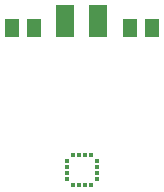
<source format=gtp>
G04 (created by PCBNEW (2013-07-07 BZR 4022)-stable) date 7/15/2015 5:50:03 PM*
%MOIN*%
G04 Gerber Fmt 3.4, Leading zero omitted, Abs format*
%FSLAX34Y34*%
G01*
G70*
G90*
G04 APERTURE LIST*
%ADD10C,0.00590551*%
%ADD11R,0.0177165X0.011811*%
%ADD12R,0.011811X0.0177165*%
%ADD13R,0.0512X0.059*%
%ADD14R,0.063X0.106*%
G04 APERTURE END LIST*
G54D10*
G54D11*
X78238Y-58759D03*
X78238Y-58956D03*
X78238Y-59153D03*
X78238Y-59350D03*
G54D12*
X78444Y-59557D03*
X78641Y-59557D03*
X78838Y-59557D03*
X79035Y-59557D03*
G54D11*
X79242Y-59350D03*
X79242Y-59153D03*
X79242Y-58956D03*
X79242Y-58759D03*
G54D12*
X79035Y-58553D03*
X78838Y-58553D03*
X78641Y-58553D03*
X78444Y-58553D03*
G54D13*
X76396Y-54330D03*
X77146Y-54330D03*
X81083Y-54330D03*
X80333Y-54330D03*
G54D14*
X79290Y-54090D03*
X78190Y-54090D03*
M02*

</source>
